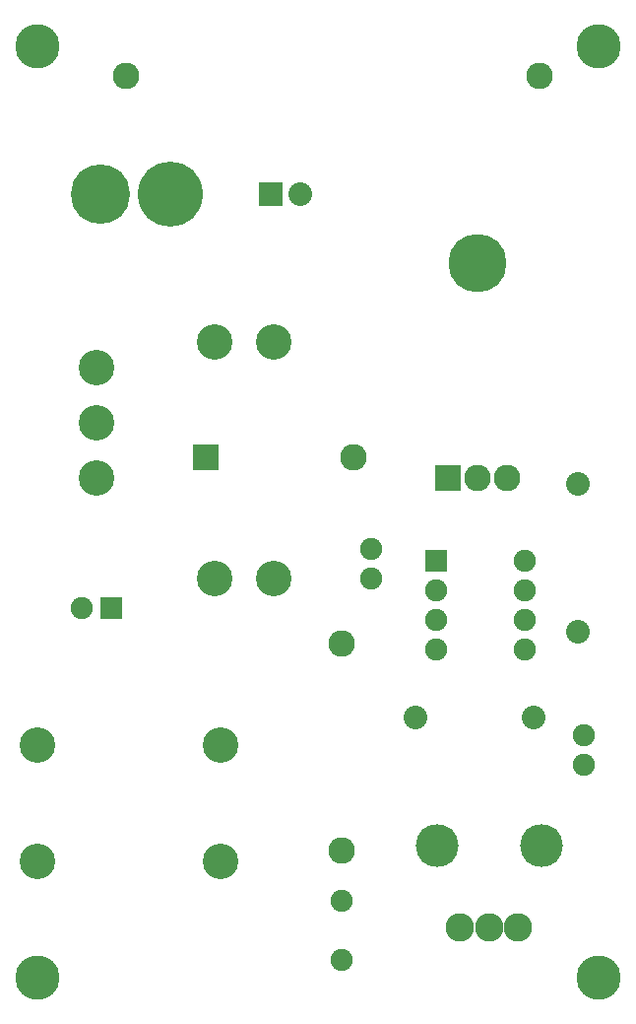
<source format=gts>
G04 (created by PCBNEW (2013-jul-07)-stable) date Tue 20 Jan 2015 05:17:42 PM PST*
%MOIN*%
G04 Gerber Fmt 3.4, Leading zero omitted, Abs format*
%FSLAX34Y34*%
G01*
G70*
G90*
G04 APERTURE LIST*
%ADD10C,0.00590551*%
%ADD11C,0.12*%
%ADD12R,0.08X0.08*%
%ADD13C,0.08*%
%ADD14R,0.075X0.075*%
%ADD15C,0.075*%
%ADD16C,0.22*%
%ADD17C,0.2011*%
%ADD18C,0.15*%
%ADD19C,0.09*%
%ADD20R,0.09X0.09*%
%ADD21C,0.1972*%
%ADD22C,0.096*%
%ADD23C,0.145*%
G04 APERTURE END LIST*
G54D10*
G54D11*
X37000Y-43380D03*
X37000Y-45250D03*
X37000Y-47120D03*
G54D12*
X42900Y-37500D03*
G54D13*
X43900Y-37500D03*
G54D14*
X48500Y-49900D03*
G54D15*
X48500Y-50900D03*
X48500Y-51900D03*
X48500Y-52900D03*
X51500Y-52900D03*
X51500Y-51900D03*
X51500Y-50900D03*
X51500Y-49900D03*
G54D16*
X39500Y-37500D03*
G54D17*
X37138Y-37500D03*
G54D11*
X43000Y-50500D03*
X41000Y-50500D03*
X43000Y-42500D03*
X41000Y-42500D03*
G54D15*
X45300Y-61400D03*
X45300Y-63400D03*
G54D14*
X37500Y-51500D03*
G54D15*
X36500Y-51500D03*
X46300Y-50500D03*
X46300Y-49500D03*
X53500Y-55800D03*
X53500Y-56800D03*
G54D18*
X35000Y-64000D03*
X54000Y-32500D03*
X35000Y-32500D03*
G54D13*
X47800Y-55200D03*
X51800Y-55200D03*
G54D19*
X45700Y-46400D03*
G54D20*
X40700Y-46400D03*
G54D19*
X45300Y-59700D03*
X45300Y-52700D03*
G54D13*
X53300Y-47300D03*
X53300Y-52300D03*
G54D19*
X52000Y-33500D03*
X38000Y-33500D03*
G54D11*
X34990Y-56131D03*
X41210Y-56131D03*
X34990Y-60069D03*
X41210Y-60069D03*
G54D20*
X48900Y-47100D03*
G54D19*
X49900Y-47100D03*
X50900Y-47100D03*
G54D21*
X49900Y-39848D03*
G54D22*
X49316Y-62300D03*
X50300Y-62300D03*
X51284Y-62300D03*
G54D23*
X48528Y-59544D03*
X52072Y-59544D03*
G54D18*
X54000Y-64000D03*
M02*

</source>
